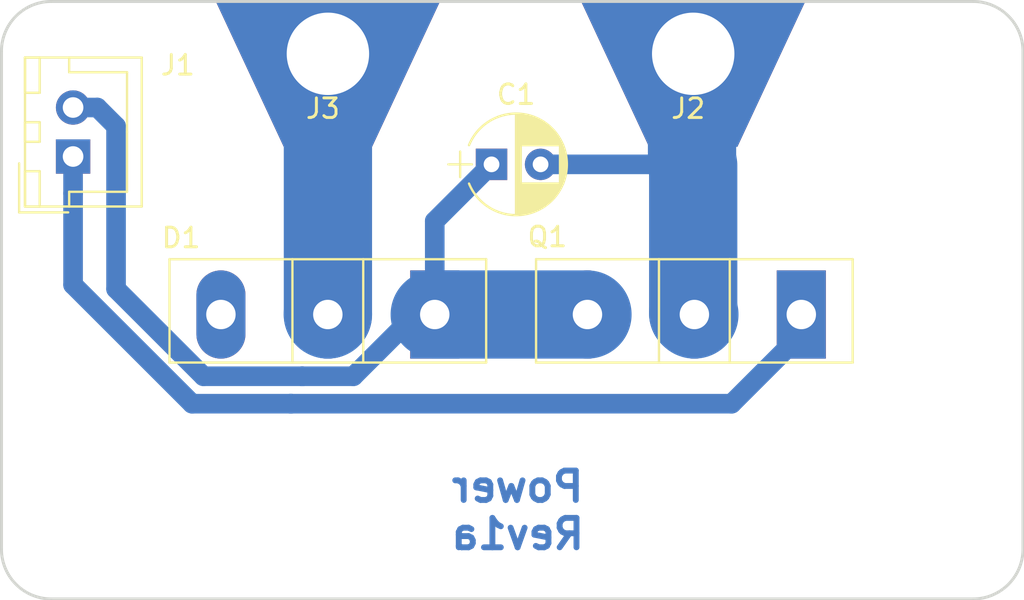
<source format=kicad_pcb>
(kicad_pcb (version 4) (host pcbnew 4.0.7)

  (general
    (links 7)
    (no_connects 0)
    (area 110.414999 100.254999 162.635001 130.885001)
    (thickness 1.6)
    (drawings 11)
    (tracks 36)
    (zones 0)
    (modules 8)
    (nets 6)
  )

  (page A4)
  (layers
    (0 F.Cu signal hide)
    (31 B.Cu signal)
    (32 B.Adhes user hide)
    (33 F.Adhes user hide)
    (34 B.Paste user hide)
    (35 F.Paste user hide)
    (36 B.SilkS user hide)
    (37 F.SilkS user)
    (38 B.Mask user)
    (39 F.Mask user hide)
    (40 Dwgs.User user hide)
    (41 Cmts.User user hide)
    (42 Eco1.User user hide)
    (43 Eco2.User user hide)
    (44 Edge.Cuts user)
    (45 Margin user hide)
    (46 B.CrtYd user hide)
    (47 F.CrtYd user hide)
    (48 B.Fab user hide)
    (49 F.Fab user hide)
  )

  (setup
    (last_trace_width 1)
    (trace_clearance 0.4)
    (zone_clearance 0.4)
    (zone_45_only no)
    (trace_min 0.4)
    (segment_width 0.2)
    (edge_width 0.15)
    (via_size 1.5)
    (via_drill 0.8)
    (via_min_size 0.4)
    (via_min_drill 0.3)
    (uvia_size 0.3)
    (uvia_drill 0.1)
    (uvias_allowed no)
    (uvia_min_size 0.2)
    (uvia_min_drill 0.1)
    (pcb_text_width 0.3)
    (pcb_text_size 1.5 1.5)
    (mod_edge_width 0.15)
    (mod_text_size 1 1)
    (mod_text_width 0.15)
    (pad_size 8 7.5)
    (pad_drill 4.2)
    (pad_to_mask_clearance 0.2)
    (aux_axis_origin 109.22 132.08)
    (visible_elements 7FFEFFFF)
    (pcbplotparams
      (layerselection 0x01060_80000000)
      (usegerberextensions false)
      (excludeedgelayer true)
      (linewidth 0.100000)
      (plotframeref false)
      (viasonmask false)
      (mode 1)
      (useauxorigin true)
      (hpglpennumber 1)
      (hpglpenspeed 20)
      (hpglpendiameter 15)
      (hpglpenoverlay 2)
      (psnegative false)
      (psa4output false)
      (plotreference true)
      (plotvalue true)
      (plotinvisibletext false)
      (padsonsilk false)
      (subtractmaskfromsilk false)
      (outputformat 1)
      (mirror false)
      (drillshape 0)
      (scaleselection 1)
      (outputdirectory GRB/))
  )

  (net 0 "")
  (net 1 GND_ISO)
  (net 2 "Net-(D1-Pad3)")
  (net 3 "Net-(D1-Pad2)")
  (net 4 "Net-(C1-Pad2)")
  (net 5 DRV_GATE)

  (net_class Default "This is the default net class."
    (clearance 0.4)
    (trace_width 1)
    (via_dia 1.5)
    (via_drill 0.8)
    (uvia_dia 0.3)
    (uvia_drill 0.1)
    (add_net DRV_GATE)
    (add_net GND_ISO)
    (add_net "Net-(C1-Pad2)")
    (add_net "Net-(D1-Pad2)")
    (add_net "Net-(D1-Pad3)")
  )

  (module Connectors_JST:JST_XH_B02B-XH-A_02x2.50mm_Straight (layer F.Cu) (tedit 58EAE7F0) (tstamp 594A5588)
    (at 114.14 108.24 90)
    (descr "JST XH series connector, B02B-XH-A, top entry type, through hole")
    (tags "connector jst xh tht top vertical 2.50mm")
    (path /594A533B)
    (fp_text reference J1 (at 4.66 5.34 180) (layer F.SilkS)
      (effects (font (size 1 1) (thickness 0.15)))
    )
    (fp_text value Control (at 1.25 4.5 90) (layer F.Fab)
      (effects (font (size 1 1) (thickness 0.15)))
    )
    (fp_line (start -2.45 -2.35) (end -2.45 3.4) (layer F.Fab) (width 0.1))
    (fp_line (start -2.45 3.4) (end 4.95 3.4) (layer F.Fab) (width 0.1))
    (fp_line (start 4.95 3.4) (end 4.95 -2.35) (layer F.Fab) (width 0.1))
    (fp_line (start 4.95 -2.35) (end -2.45 -2.35) (layer F.Fab) (width 0.1))
    (fp_line (start -2.95 -2.85) (end -2.95 3.9) (layer F.CrtYd) (width 0.05))
    (fp_line (start -2.95 3.9) (end 5.45 3.9) (layer F.CrtYd) (width 0.05))
    (fp_line (start 5.45 3.9) (end 5.45 -2.85) (layer F.CrtYd) (width 0.05))
    (fp_line (start 5.45 -2.85) (end -2.95 -2.85) (layer F.CrtYd) (width 0.05))
    (fp_line (start -2.55 -2.45) (end -2.55 3.5) (layer F.SilkS) (width 0.12))
    (fp_line (start -2.55 3.5) (end 5.05 3.5) (layer F.SilkS) (width 0.12))
    (fp_line (start 5.05 3.5) (end 5.05 -2.45) (layer F.SilkS) (width 0.12))
    (fp_line (start 5.05 -2.45) (end -2.55 -2.45) (layer F.SilkS) (width 0.12))
    (fp_line (start 0.75 -2.45) (end 0.75 -1.7) (layer F.SilkS) (width 0.12))
    (fp_line (start 0.75 -1.7) (end 1.75 -1.7) (layer F.SilkS) (width 0.12))
    (fp_line (start 1.75 -1.7) (end 1.75 -2.45) (layer F.SilkS) (width 0.12))
    (fp_line (start 1.75 -2.45) (end 0.75 -2.45) (layer F.SilkS) (width 0.12))
    (fp_line (start -2.55 -2.45) (end -2.55 -1.7) (layer F.SilkS) (width 0.12))
    (fp_line (start -2.55 -1.7) (end -0.75 -1.7) (layer F.SilkS) (width 0.12))
    (fp_line (start -0.75 -1.7) (end -0.75 -2.45) (layer F.SilkS) (width 0.12))
    (fp_line (start -0.75 -2.45) (end -2.55 -2.45) (layer F.SilkS) (width 0.12))
    (fp_line (start 3.25 -2.45) (end 3.25 -1.7) (layer F.SilkS) (width 0.12))
    (fp_line (start 3.25 -1.7) (end 5.05 -1.7) (layer F.SilkS) (width 0.12))
    (fp_line (start 5.05 -1.7) (end 5.05 -2.45) (layer F.SilkS) (width 0.12))
    (fp_line (start 5.05 -2.45) (end 3.25 -2.45) (layer F.SilkS) (width 0.12))
    (fp_line (start -2.55 -0.2) (end -1.8 -0.2) (layer F.SilkS) (width 0.12))
    (fp_line (start -1.8 -0.2) (end -1.8 2.75) (layer F.SilkS) (width 0.12))
    (fp_line (start -1.8 2.75) (end 1.25 2.75) (layer F.SilkS) (width 0.12))
    (fp_line (start 5.05 -0.2) (end 4.3 -0.2) (layer F.SilkS) (width 0.12))
    (fp_line (start 4.3 -0.2) (end 4.3 2.75) (layer F.SilkS) (width 0.12))
    (fp_line (start 4.3 2.75) (end 1.25 2.75) (layer F.SilkS) (width 0.12))
    (fp_line (start -0.35 -2.75) (end -2.85 -2.75) (layer F.SilkS) (width 0.12))
    (fp_line (start -2.85 -2.75) (end -2.85 -0.25) (layer F.SilkS) (width 0.12))
    (fp_line (start -0.35 -2.75) (end -2.85 -2.75) (layer F.Fab) (width 0.1))
    (fp_line (start -2.85 -2.75) (end -2.85 -0.25) (layer F.Fab) (width 0.1))
    (fp_text user %R (at 1.25 2.5 90) (layer F.Fab)
      (effects (font (size 1 1) (thickness 0.15)))
    )
    (pad 1 thru_hole rect (at 0 0 90) (size 1.75 1.75) (drill 1.05) (layers *.Cu *.Mask)
      (net 5 DRV_GATE))
    (pad 2 thru_hole circle (at 2.5 0 90) (size 1.75 1.75) (drill 1.05) (layers *.Cu *.Mask)
      (net 1 GND_ISO))
    (model Connectors_JST.3dshapes/JST_XH_B02B-XH-A_02x2.50mm_Straight.wrl
      (at (xyz 0 0 0))
      (scale (xyz 1 1 1))
      (rotate (xyz 0 0 0))
    )
  )

  (module Mounting_Holes:MountingHole_4.3mm_M4 (layer F.Cu) (tedit 594AA4AD) (tstamp 594AA4B8)
    (at 146.45 127.01)
    (descr "Mounting Hole 4.3mm, no annular, M4")
    (tags "mounting hole 4.3mm no annular m4")
    (fp_text reference "" (at 0 -5.3) (layer F.SilkS)
      (effects (font (size 1 1) (thickness 0.15)))
    )
    (fp_text value MountingHole_4.3mm_M4 (at 0 5.3) (layer F.Fab)
      (effects (font (size 1 1) (thickness 0.15)))
    )
    (fp_circle (center 0 0) (end 4.3 0) (layer Cmts.User) (width 0.15))
    (fp_circle (center 0 0) (end 4.55 0) (layer F.CrtYd) (width 0.05))
    (pad 1 np_thru_hole circle (at 0 0) (size 4.3 4.3) (drill 4.3) (layers *.Cu *.Mask))
  )

  (module Capacitors_THT:CP_Radial_D5.0mm_P2.50mm (layer F.Cu) (tedit 5920C257) (tstamp 594A51A0)
    (at 135.47 108.64)
    (descr "CP, Radial series, Radial, pin pitch=2.50mm, , diameter=5mm, Electrolytic Capacitor")
    (tags "CP Radial series Radial pin pitch 2.50mm  diameter 5mm Electrolytic Capacitor")
    (path /59400AF8)
    (fp_text reference C1 (at 1.25 -3.56) (layer F.SilkS)
      (effects (font (size 1 1) (thickness 0.15)))
    )
    (fp_text value C (at 1.25 3.56) (layer F.Fab)
      (effects (font (size 1 1) (thickness 0.15)))
    )
    (fp_text user %R (at 0.775 0) (layer F.Fab)
      (effects (font (size 1 1) (thickness 0.15)))
    )
    (fp_line (start -2.2 0) (end -1 0) (layer F.Fab) (width 0.1))
    (fp_line (start -1.6 -0.65) (end -1.6 0.65) (layer F.Fab) (width 0.1))
    (fp_line (start 1.25 -2.55) (end 1.25 2.55) (layer F.SilkS) (width 0.12))
    (fp_line (start 1.29 -2.55) (end 1.29 2.55) (layer F.SilkS) (width 0.12))
    (fp_line (start 1.33 -2.549) (end 1.33 2.549) (layer F.SilkS) (width 0.12))
    (fp_line (start 1.37 -2.548) (end 1.37 2.548) (layer F.SilkS) (width 0.12))
    (fp_line (start 1.41 -2.546) (end 1.41 2.546) (layer F.SilkS) (width 0.12))
    (fp_line (start 1.45 -2.543) (end 1.45 2.543) (layer F.SilkS) (width 0.12))
    (fp_line (start 1.49 -2.539) (end 1.49 2.539) (layer F.SilkS) (width 0.12))
    (fp_line (start 1.53 -2.535) (end 1.53 -0.98) (layer F.SilkS) (width 0.12))
    (fp_line (start 1.53 0.98) (end 1.53 2.535) (layer F.SilkS) (width 0.12))
    (fp_line (start 1.57 -2.531) (end 1.57 -0.98) (layer F.SilkS) (width 0.12))
    (fp_line (start 1.57 0.98) (end 1.57 2.531) (layer F.SilkS) (width 0.12))
    (fp_line (start 1.61 -2.525) (end 1.61 -0.98) (layer F.SilkS) (width 0.12))
    (fp_line (start 1.61 0.98) (end 1.61 2.525) (layer F.SilkS) (width 0.12))
    (fp_line (start 1.65 -2.519) (end 1.65 -0.98) (layer F.SilkS) (width 0.12))
    (fp_line (start 1.65 0.98) (end 1.65 2.519) (layer F.SilkS) (width 0.12))
    (fp_line (start 1.69 -2.513) (end 1.69 -0.98) (layer F.SilkS) (width 0.12))
    (fp_line (start 1.69 0.98) (end 1.69 2.513) (layer F.SilkS) (width 0.12))
    (fp_line (start 1.73 -2.506) (end 1.73 -0.98) (layer F.SilkS) (width 0.12))
    (fp_line (start 1.73 0.98) (end 1.73 2.506) (layer F.SilkS) (width 0.12))
    (fp_line (start 1.77 -2.498) (end 1.77 -0.98) (layer F.SilkS) (width 0.12))
    (fp_line (start 1.77 0.98) (end 1.77 2.498) (layer F.SilkS) (width 0.12))
    (fp_line (start 1.81 -2.489) (end 1.81 -0.98) (layer F.SilkS) (width 0.12))
    (fp_line (start 1.81 0.98) (end 1.81 2.489) (layer F.SilkS) (width 0.12))
    (fp_line (start 1.85 -2.48) (end 1.85 -0.98) (layer F.SilkS) (width 0.12))
    (fp_line (start 1.85 0.98) (end 1.85 2.48) (layer F.SilkS) (width 0.12))
    (fp_line (start 1.89 -2.47) (end 1.89 -0.98) (layer F.SilkS) (width 0.12))
    (fp_line (start 1.89 0.98) (end 1.89 2.47) (layer F.SilkS) (width 0.12))
    (fp_line (start 1.93 -2.46) (end 1.93 -0.98) (layer F.SilkS) (width 0.12))
    (fp_line (start 1.93 0.98) (end 1.93 2.46) (layer F.SilkS) (width 0.12))
    (fp_line (start 1.971 -2.448) (end 1.971 -0.98) (layer F.SilkS) (width 0.12))
    (fp_line (start 1.971 0.98) (end 1.971 2.448) (layer F.SilkS) (width 0.12))
    (fp_line (start 2.011 -2.436) (end 2.011 -0.98) (layer F.SilkS) (width 0.12))
    (fp_line (start 2.011 0.98) (end 2.011 2.436) (layer F.SilkS) (width 0.12))
    (fp_line (start 2.051 -2.424) (end 2.051 -0.98) (layer F.SilkS) (width 0.12))
    (fp_line (start 2.051 0.98) (end 2.051 2.424) (layer F.SilkS) (width 0.12))
    (fp_line (start 2.091 -2.41) (end 2.091 -0.98) (layer F.SilkS) (width 0.12))
    (fp_line (start 2.091 0.98) (end 2.091 2.41) (layer F.SilkS) (width 0.12))
    (fp_line (start 2.131 -2.396) (end 2.131 -0.98) (layer F.SilkS) (width 0.12))
    (fp_line (start 2.131 0.98) (end 2.131 2.396) (layer F.SilkS) (width 0.12))
    (fp_line (start 2.171 -2.382) (end 2.171 -0.98) (layer F.SilkS) (width 0.12))
    (fp_line (start 2.171 0.98) (end 2.171 2.382) (layer F.SilkS) (width 0.12))
    (fp_line (start 2.211 -2.366) (end 2.211 -0.98) (layer F.SilkS) (width 0.12))
    (fp_line (start 2.211 0.98) (end 2.211 2.366) (layer F.SilkS) (width 0.12))
    (fp_line (start 2.251 -2.35) (end 2.251 -0.98) (layer F.SilkS) (width 0.12))
    (fp_line (start 2.251 0.98) (end 2.251 2.35) (layer F.SilkS) (width 0.12))
    (fp_line (start 2.291 -2.333) (end 2.291 -0.98) (layer F.SilkS) (width 0.12))
    (fp_line (start 2.291 0.98) (end 2.291 2.333) (layer F.SilkS) (width 0.12))
    (fp_line (start 2.331 -2.315) (end 2.331 -0.98) (layer F.SilkS) (width 0.12))
    (fp_line (start 2.331 0.98) (end 2.331 2.315) (layer F.SilkS) (width 0.12))
    (fp_line (start 2.371 -2.296) (end 2.371 -0.98) (layer F.SilkS) (width 0.12))
    (fp_line (start 2.371 0.98) (end 2.371 2.296) (layer F.SilkS) (width 0.12))
    (fp_line (start 2.411 -2.276) (end 2.411 -0.98) (layer F.SilkS) (width 0.12))
    (fp_line (start 2.411 0.98) (end 2.411 2.276) (layer F.SilkS) (width 0.12))
    (fp_line (start 2.451 -2.256) (end 2.451 -0.98) (layer F.SilkS) (width 0.12))
    (fp_line (start 2.451 0.98) (end 2.451 2.256) (layer F.SilkS) (width 0.12))
    (fp_line (start 2.491 -2.234) (end 2.491 -0.98) (layer F.SilkS) (width 0.12))
    (fp_line (start 2.491 0.98) (end 2.491 2.234) (layer F.SilkS) (width 0.12))
    (fp_line (start 2.531 -2.212) (end 2.531 -0.98) (layer F.SilkS) (width 0.12))
    (fp_line (start 2.531 0.98) (end 2.531 2.212) (layer F.SilkS) (width 0.12))
    (fp_line (start 2.571 -2.189) (end 2.571 -0.98) (layer F.SilkS) (width 0.12))
    (fp_line (start 2.571 0.98) (end 2.571 2.189) (layer F.SilkS) (width 0.12))
    (fp_line (start 2.611 -2.165) (end 2.611 -0.98) (layer F.SilkS) (width 0.12))
    (fp_line (start 2.611 0.98) (end 2.611 2.165) (layer F.SilkS) (width 0.12))
    (fp_line (start 2.651 -2.14) (end 2.651 -0.98) (layer F.SilkS) (width 0.12))
    (fp_line (start 2.651 0.98) (end 2.651 2.14) (layer F.SilkS) (width 0.12))
    (fp_line (start 2.691 -2.113) (end 2.691 -0.98) (layer F.SilkS) (width 0.12))
    (fp_line (start 2.691 0.98) (end 2.691 2.113) (layer F.SilkS) (width 0.12))
    (fp_line (start 2.731 -2.086) (end 2.731 -0.98) (layer F.SilkS) (width 0.12))
    (fp_line (start 2.731 0.98) (end 2.731 2.086) (layer F.SilkS) (width 0.12))
    (fp_line (start 2.771 -2.058) (end 2.771 -0.98) (layer F.SilkS) (width 0.12))
    (fp_line (start 2.771 0.98) (end 2.771 2.058) (layer F.SilkS) (width 0.12))
    (fp_line (start 2.811 -2.028) (end 2.811 -0.98) (layer F.SilkS) (width 0.12))
    (fp_line (start 2.811 0.98) (end 2.811 2.028) (layer F.SilkS) (width 0.12))
    (fp_line (start 2.851 -1.997) (end 2.851 -0.98) (layer F.SilkS) (width 0.12))
    (fp_line (start 2.851 0.98) (end 2.851 1.997) (layer F.SilkS) (width 0.12))
    (fp_line (start 2.891 -1.965) (end 2.891 -0.98) (layer F.SilkS) (width 0.12))
    (fp_line (start 2.891 0.98) (end 2.891 1.965) (layer F.SilkS) (width 0.12))
    (fp_line (start 2.931 -1.932) (end 2.931 -0.98) (layer F.SilkS) (width 0.12))
    (fp_line (start 2.931 0.98) (end 2.931 1.932) (layer F.SilkS) (width 0.12))
    (fp_line (start 2.971 -1.897) (end 2.971 -0.98) (layer F.SilkS) (width 0.12))
    (fp_line (start 2.971 0.98) (end 2.971 1.897) (layer F.SilkS) (width 0.12))
    (fp_line (start 3.011 -1.861) (end 3.011 -0.98) (layer F.SilkS) (width 0.12))
    (fp_line (start 3.011 0.98) (end 3.011 1.861) (layer F.SilkS) (width 0.12))
    (fp_line (start 3.051 -1.823) (end 3.051 -0.98) (layer F.SilkS) (width 0.12))
    (fp_line (start 3.051 0.98) (end 3.051 1.823) (layer F.SilkS) (width 0.12))
    (fp_line (start 3.091 -1.783) (end 3.091 -0.98) (layer F.SilkS) (width 0.12))
    (fp_line (start 3.091 0.98) (end 3.091 1.783) (layer F.SilkS) (width 0.12))
    (fp_line (start 3.131 -1.742) (end 3.131 -0.98) (layer F.SilkS) (width 0.12))
    (fp_line (start 3.131 0.98) (end 3.131 1.742) (layer F.SilkS) (width 0.12))
    (fp_line (start 3.171 -1.699) (end 3.171 -0.98) (layer F.SilkS) (width 0.12))
    (fp_line (start 3.171 0.98) (end 3.171 1.699) (layer F.SilkS) (width 0.12))
    (fp_line (start 3.211 -1.654) (end 3.211 -0.98) (layer F.SilkS) (width 0.12))
    (fp_line (start 3.211 0.98) (end 3.211 1.654) (layer F.SilkS) (width 0.12))
    (fp_line (start 3.251 -1.606) (end 3.251 -0.98) (layer F.SilkS) (width 0.12))
    (fp_line (start 3.251 0.98) (end 3.251 1.606) (layer F.SilkS) (width 0.12))
    (fp_line (start 3.291 -1.556) (end 3.291 -0.98) (layer F.SilkS) (width 0.12))
    (fp_line (start 3.291 0.98) (end 3.291 1.556) (layer F.SilkS) (width 0.12))
    (fp_line (start 3.331 -1.504) (end 3.331 -0.98) (layer F.SilkS) (width 0.12))
    (fp_line (start 3.331 0.98) (end 3.331 1.504) (layer F.SilkS) (width 0.12))
    (fp_line (start 3.371 -1.448) (end 3.371 -0.98) (layer F.SilkS) (width 0.12))
    (fp_line (start 3.371 0.98) (end 3.371 1.448) (layer F.SilkS) (width 0.12))
    (fp_line (start 3.411 -1.39) (end 3.411 -0.98) (layer F.SilkS) (width 0.12))
    (fp_line (start 3.411 0.98) (end 3.411 1.39) (layer F.SilkS) (width 0.12))
    (fp_line (start 3.451 -1.327) (end 3.451 -0.98) (layer F.SilkS) (width 0.12))
    (fp_line (start 3.451 0.98) (end 3.451 1.327) (layer F.SilkS) (width 0.12))
    (fp_line (start 3.491 -1.261) (end 3.491 1.261) (layer F.SilkS) (width 0.12))
    (fp_line (start 3.531 -1.189) (end 3.531 1.189) (layer F.SilkS) (width 0.12))
    (fp_line (start 3.571 -1.112) (end 3.571 1.112) (layer F.SilkS) (width 0.12))
    (fp_line (start 3.611 -1.028) (end 3.611 1.028) (layer F.SilkS) (width 0.12))
    (fp_line (start 3.651 -0.934) (end 3.651 0.934) (layer F.SilkS) (width 0.12))
    (fp_line (start 3.691 -0.829) (end 3.691 0.829) (layer F.SilkS) (width 0.12))
    (fp_line (start 3.731 -0.707) (end 3.731 0.707) (layer F.SilkS) (width 0.12))
    (fp_line (start 3.771 -0.559) (end 3.771 0.559) (layer F.SilkS) (width 0.12))
    (fp_line (start 3.811 -0.354) (end 3.811 0.354) (layer F.SilkS) (width 0.12))
    (fp_line (start -2.2 0) (end -1 0) (layer F.SilkS) (width 0.12))
    (fp_line (start -1.6 -0.65) (end -1.6 0.65) (layer F.SilkS) (width 0.12))
    (fp_line (start -1.6 -2.85) (end -1.6 2.85) (layer F.CrtYd) (width 0.05))
    (fp_line (start -1.6 2.85) (end 4.1 2.85) (layer F.CrtYd) (width 0.05))
    (fp_line (start 4.1 2.85) (end 4.1 -2.85) (layer F.CrtYd) (width 0.05))
    (fp_line (start 4.1 -2.85) (end -1.6 -2.85) (layer F.CrtYd) (width 0.05))
    (fp_circle (center 1.25 0) (end 3.75 0) (layer F.Fab) (width 0.1))
    (fp_arc (start 1.25 0) (end -1.147436 -0.98) (angle 135.5) (layer F.SilkS) (width 0.12))
    (fp_arc (start 1.25 0) (end -1.147436 0.98) (angle -135.5) (layer F.SilkS) (width 0.12))
    (fp_arc (start 1.25 0) (end 3.647436 -0.98) (angle 44.5) (layer F.SilkS) (width 0.12))
    (pad 1 thru_hole rect (at 0 0) (size 1.6 1.6) (drill 0.8) (layers *.Cu *.Mask)
      (net 1 GND_ISO))
    (pad 2 thru_hole circle (at 2.5 0) (size 1.6 1.6) (drill 0.8) (layers *.Cu *.Mask)
      (net 4 "Net-(C1-Pad2)"))
    (model ${KISYS3DMOD}/Capacitors_THT.3dshapes/CP_Radial_D5.0mm_P2.50mm.wrl
      (at (xyz 0 0 0))
      (scale (xyz 1 1 1))
      (rotate (xyz 0 0 0))
    )
  )

  (module PartsLibraries:PowerConnector (layer F.Cu) (tedit 594A5676) (tstamp 594A51AA)
    (at 127.13 103 180)
    (path /594A5470)
    (fp_text reference J3 (at 0.254 -2.794 180) (layer F.SilkS)
      (effects (font (size 1 1) (thickness 0.15)))
    )
    (fp_text value SRC (at 0 4.064 180) (layer F.Fab)
      (effects (font (size 1 1) (thickness 0.15)))
    )
    (pad 1 thru_hole trapezoid (at 0 0 180) (size 8 7.5) (rect_delta 0 3.5 ) (drill 4.2 (offset 0 -1)) (layers *.Cu *.Mask)
      (net 3 "Net-(D1-Pad2)"))
  )

  (module TO_SOT_Packages_THT:TO-247_TO-3P_Vertical (layer F.Cu) (tedit 58CE52AE) (tstamp 593FC3D1)
    (at 132.576 116.3 180)
    (descr "TO-247, Vertical, RM 5.45mm, TO-3P")
    (tags "TO-247 Vertical RM 5.45mm TO-3P")
    (path /592DCE5E)
    (fp_text reference D1 (at 12.93 3.91 180) (layer F.SilkS)
      (effects (font (size 1 1) (thickness 0.15)))
    )
    (fp_text value PWR_DIODE (at 5.45 6.07 180) (layer F.Fab)
      (effects (font (size 1 1) (thickness 0.15)))
    )
    (fp_text user %R (at 12.59 -3.51 180) (layer F.Fab)
      (effects (font (size 1 1) (thickness 0.15)))
    )
    (fp_line (start -2.5 -2.33) (end -2.5 2.7) (layer F.Fab) (width 0.1))
    (fp_line (start -2.5 2.7) (end 13.4 2.7) (layer F.Fab) (width 0.1))
    (fp_line (start 13.4 2.7) (end 13.4 -2.33) (layer F.Fab) (width 0.1))
    (fp_line (start 13.4 -2.33) (end -2.5 -2.33) (layer F.Fab) (width 0.1))
    (fp_line (start 3.645 -2.33) (end 3.645 2.7) (layer F.Fab) (width 0.1))
    (fp_line (start 7.255 -2.33) (end 7.255 2.7) (layer F.Fab) (width 0.1))
    (fp_line (start -2.62 -2.451) (end 13.52 -2.451) (layer F.SilkS) (width 0.12))
    (fp_line (start -2.62 2.82) (end 13.52 2.82) (layer F.SilkS) (width 0.12))
    (fp_line (start -2.62 -2.451) (end -2.62 2.82) (layer F.SilkS) (width 0.12))
    (fp_line (start 13.52 -2.451) (end 13.52 2.82) (layer F.SilkS) (width 0.12))
    (fp_line (start 3.646 -2.451) (end 3.646 2.82) (layer F.SilkS) (width 0.12))
    (fp_line (start 7.255 -2.451) (end 7.255 2.82) (layer F.SilkS) (width 0.12))
    (fp_line (start -2.75 -2.59) (end -2.75 2.95) (layer F.CrtYd) (width 0.05))
    (fp_line (start -2.75 2.95) (end 13.65 2.95) (layer F.CrtYd) (width 0.05))
    (fp_line (start 13.65 2.95) (end 13.65 -2.59) (layer F.CrtYd) (width 0.05))
    (fp_line (start 13.65 -2.59) (end -2.75 -2.59) (layer F.CrtYd) (width 0.05))
    (pad 1 thru_hole rect (at 0 0 180) (size 2.5 4.5) (drill 1.5) (layers *.Cu *.Mask)
      (net 1 GND_ISO))
    (pad 2 thru_hole oval (at 5.45 0 180) (size 2.5 4.5) (drill 1.5) (layers *.Cu *.Mask)
      (net 3 "Net-(D1-Pad2)"))
    (pad 3 thru_hole oval (at 10.9 0 180) (size 2.5 4.5) (drill 1.5) (layers *.Cu *.Mask)
      (net 2 "Net-(D1-Pad3)"))
    (model ${KISYS3DMOD}/TO_SOT_Packages_THT.3dshapes/TO-247_TO-3P_Vertical.wrl
      (at (xyz 0.212598 0 0))
      (scale (xyz 1 1 1))
      (rotate (xyz 0 0 0))
    )
  )

  (module TO_SOT_Packages_THT:TO-247_TO-3P_Vertical (layer F.Cu) (tedit 58CE52AE) (tstamp 593FC403)
    (at 151.26 116.3 180)
    (descr "TO-247, Vertical, RM 5.45mm, TO-3P")
    (tags "TO-247 Vertical RM 5.45mm TO-3P")
    (path /592BF9D4)
    (fp_text reference Q1 (at 12.944 3.96 180) (layer F.SilkS)
      (effects (font (size 1 1) (thickness 0.15)))
    )
    (fp_text value RFP12N10L (at 5.45 6.07 180) (layer F.Fab)
      (effects (font (size 1 1) (thickness 0.15)))
    )
    (fp_text user %R (at 10.964 3.96 180) (layer F.Fab)
      (effects (font (size 1 1) (thickness 0.15)))
    )
    (fp_line (start -2.5 -2.33) (end -2.5 2.7) (layer F.Fab) (width 0.1))
    (fp_line (start -2.5 2.7) (end 13.4 2.7) (layer F.Fab) (width 0.1))
    (fp_line (start 13.4 2.7) (end 13.4 -2.33) (layer F.Fab) (width 0.1))
    (fp_line (start 13.4 -2.33) (end -2.5 -2.33) (layer F.Fab) (width 0.1))
    (fp_line (start 3.645 -2.33) (end 3.645 2.7) (layer F.Fab) (width 0.1))
    (fp_line (start 7.255 -2.33) (end 7.255 2.7) (layer F.Fab) (width 0.1))
    (fp_line (start -2.62 -2.451) (end 13.52 -2.451) (layer F.SilkS) (width 0.12))
    (fp_line (start -2.62 2.82) (end 13.52 2.82) (layer F.SilkS) (width 0.12))
    (fp_line (start -2.62 -2.451) (end -2.62 2.82) (layer F.SilkS) (width 0.12))
    (fp_line (start 13.52 -2.451) (end 13.52 2.82) (layer F.SilkS) (width 0.12))
    (fp_line (start 3.646 -2.451) (end 3.646 2.82) (layer F.SilkS) (width 0.12))
    (fp_line (start 7.255 -2.451) (end 7.255 2.82) (layer F.SilkS) (width 0.12))
    (fp_line (start -2.75 -2.59) (end -2.75 2.95) (layer F.CrtYd) (width 0.05))
    (fp_line (start -2.75 2.95) (end 13.65 2.95) (layer F.CrtYd) (width 0.05))
    (fp_line (start 13.65 2.95) (end 13.65 -2.59) (layer F.CrtYd) (width 0.05))
    (fp_line (start 13.65 -2.59) (end -2.75 -2.59) (layer F.CrtYd) (width 0.05))
    (pad 1 thru_hole rect (at 0 0 180) (size 2.5 4.5) (drill 1.5) (layers *.Cu *.Mask)
      (net 5 DRV_GATE))
    (pad 2 thru_hole oval (at 5.45 0 180) (size 2.5 4.5) (drill 1.5) (layers *.Cu *.Mask)
      (net 4 "Net-(C1-Pad2)"))
    (pad 3 thru_hole oval (at 10.9 0 180) (size 2.5 4.5) (drill 1.5) (layers *.Cu *.Mask)
      (net 1 GND_ISO))
    (model ${KISYS3DMOD}/TO_SOT_Packages_THT.3dshapes/TO-247_TO-3P_Vertical.wrl
      (at (xyz 0.212598 0 0))
      (scale (xyz 1 1 1))
      (rotate (xyz 0 0 0))
    )
  )

  (module PartsLibraries:PowerConnector (layer F.Cu) (tedit 594A567E) (tstamp 594A51A5)
    (at 145.75 103 180)
    (path /594A55EB)
    (fp_text reference J2 (at 0.254 -2.794 180) (layer F.SilkS)
      (effects (font (size 1 1) (thickness 0.15)))
    )
    (fp_text value DRN (at 0 4.064 180) (layer F.Fab)
      (effects (font (size 1 1) (thickness 0.15)))
    )
    (pad 1 thru_hole trapezoid (at 0 0 180) (size 8 7.5) (rect_delta 0 3.5 ) (drill 4.2 (offset 0 -1)) (layers *.Cu *.Mask)
      (net 4 "Net-(C1-Pad2)"))
  )

  (module Mounting_Holes:MountingHole_4.3mm_M4 (layer F.Cu) (tedit 594AA4AD) (tstamp 594AA497)
    (at 127.45 127.01)
    (descr "Mounting Hole 4.3mm, no annular, M4")
    (tags "mounting hole 4.3mm no annular m4")
    (fp_text reference "" (at 0 -5.3) (layer F.SilkS)
      (effects (font (size 1 1) (thickness 0.15)))
    )
    (fp_text value MountingHole_4.3mm_M4 (at 0 5.3) (layer F.Fab)
      (effects (font (size 1 1) (thickness 0.15)))
    )
    (fp_circle (center 0 0) (end 4.3 0) (layer Cmts.User) (width 0.15))
    (fp_circle (center 0 0) (end 4.55 0) (layer F.CrtYd) (width 0.05))
    (pad 1 np_thru_hole circle (at 0 0) (size 4.3 4.3) (drill 4.3) (layers *.Cu *.Mask))
  )

  (gr_text "Power\nRev1a" (at 136.8 126.29) (layer B.Cu)
    (effects (font (size 1.5 1.5) (thickness 0.3)) (justify mirror))
  )
  (dimension 30.48 (width 0.3) (layer Dwgs.User)
    (gr_text "30.480 mm" (at 105.33 115.57 270) (layer Dwgs.User)
      (effects (font (size 1.5 1.5) (thickness 0.3)))
    )
    (feature1 (pts (xy 109.22 130.81) (xy 103.98 130.81)))
    (feature2 (pts (xy 109.22 100.33) (xy 103.98 100.33)))
    (crossbar (pts (xy 106.68 100.33) (xy 106.68 130.81)))
    (arrow1a (pts (xy 106.68 130.81) (xy 106.093579 129.683496)))
    (arrow1b (pts (xy 106.68 130.81) (xy 107.266421 129.683496)))
    (arrow2a (pts (xy 106.68 100.33) (xy 106.093579 101.456504)))
    (arrow2b (pts (xy 106.68 100.33) (xy 107.266421 101.456504)))
  )
  (dimension 52.07 (width 0.3) (layer Dwgs.User)
    (gr_text "52.070 mm" (at 136.525 95.17) (layer Dwgs.User)
      (effects (font (size 1.5 1.5) (thickness 0.3)))
    )
    (feature1 (pts (xy 162.56 99.06) (xy 162.56 93.82)))
    (feature2 (pts (xy 110.49 99.06) (xy 110.49 93.82)))
    (crossbar (pts (xy 110.49 96.52) (xy 162.56 96.52)))
    (arrow1a (pts (xy 162.56 96.52) (xy 161.433496 97.106421)))
    (arrow1b (pts (xy 162.56 96.52) (xy 161.433496 95.933579)))
    (arrow2a (pts (xy 110.49 96.52) (xy 111.616504 97.106421)))
    (arrow2b (pts (xy 110.49 96.52) (xy 111.616504 95.933579)))
  )
  (gr_arc (start 113.03 102.87) (end 110.49 102.87) (angle 90) (layer Edge.Cuts) (width 0.15))
  (gr_arc (start 160.02 102.87) (end 160.02 100.33) (angle 90) (layer Edge.Cuts) (width 0.15))
  (gr_line (start 162.56 102.87) (end 162.56 128.27) (layer Edge.Cuts) (width 0.15))
  (gr_line (start 113.03 100.33) (end 160.02 100.33) (layer Edge.Cuts) (width 0.15))
  (gr_line (start 110.49 128.27) (end 110.49 102.87) (layer Edge.Cuts) (width 0.15))
  (gr_arc (start 160.02 128.27) (end 162.56 128.27) (angle 90) (layer Edge.Cuts) (width 0.15))
  (gr_arc (start 113.03 128.27) (end 113.03 130.81) (angle 90) (layer Edge.Cuts) (width 0.15))
  (gr_line (start 113.03 130.81) (end 160.02 130.81) (angle 90) (layer Edge.Cuts) (width 0.15))

  (segment (start 132.576 116.3) (end 131.580786 116.3) (width 1) (layer B.Cu) (net 1))
  (segment (start 131.580786 116.3) (end 128.430778 119.450008) (width 1) (layer B.Cu) (net 1))
  (segment (start 128.430778 119.450008) (end 125.821222 119.450008) (width 1) (layer B.Cu) (net 1))
  (segment (start 125.821222 119.450008) (end 125.82122 119.45001) (width 1) (layer B.Cu) (net 1))
  (segment (start 125.82122 119.45001) (end 120.785437 119.45001) (width 1) (layer B.Cu) (net 1))
  (segment (start 120.785437 119.45001) (end 116.330657 114.99523) (width 1) (layer B.Cu) (net 1))
  (segment (start 115.377436 105.74) (end 114.14 105.74) (width 1) (layer B.Cu) (net 1))
  (segment (start 116.330657 114.99523) (end 116.330657 106.693221) (width 1) (layer B.Cu) (net 1))
  (segment (start 116.330657 106.693221) (end 115.377436 105.74) (width 1) (layer B.Cu) (net 1))
  (segment (start 140.36 116.3) (end 140.36 117.3) (width 1) (layer B.Cu) (net 1))
  (segment (start 141.405749 116.3) (end 140.36 116.3) (width 1) (layer B.Cu) (net 1))
  (segment (start 132.576 116.3) (end 132.576 111.534) (width 1) (layer B.Cu) (net 1))
  (segment (start 132.576 111.534) (end 135.47 108.64) (width 1) (layer B.Cu) (net 1))
  (segment (start 132.576 116.3) (end 140.36 116.3) (width 4.5) (layer B.Cu) (net 1))
  (segment (start 132.57 116.294) (end 132.576 116.3) (width 1) (layer B.Cu) (net 1))
  (segment (start 127.13 103) (end 127.13 116.296) (width 4.5) (layer B.Cu) (net 3))
  (segment (start 127.13 116.296) (end 127.126 116.3) (width 4.5) (layer B.Cu) (net 3))
  (segment (start 145.69 108.64) (end 145.69 103.06) (width 4.5) (layer B.Cu) (net 4))
  (segment (start 145.69 103.06) (end 145.75 103) (width 4.5) (layer B.Cu) (net 4))
  (segment (start 145.75 108.7) (end 145.75 116.24) (width 4.5) (layer B.Cu) (net 4))
  (segment (start 137.97 108.64) (end 145.69 108.64) (width 1) (layer B.Cu) (net 4))
  (segment (start 145.69 108.64) (end 145.75 108.7) (width 1) (layer B.Cu) (net 4))
  (segment (start 145.75 116.24) (end 145.81 116.3) (width 4.5) (layer B.Cu) (net 4))
  (segment (start 145.81 117.3) (end 145.81 116.3) (width 1) (layer B.Cu) (net 4))
  (segment (start 145.74 116.23) (end 145.81 116.3) (width 1) (layer B.Cu) (net 4))
  (segment (start 146.18 115.93) (end 145.81 116.3) (width 1) (layer B.Cu) (net 4))
  (segment (start 145.81 115.3) (end 145.81 116.3) (width 1) (layer B.Cu) (net 4))
  (segment (start 151.26 116.3) (end 151.26 117.3) (width 1) (layer B.Cu) (net 5))
  (segment (start 151.26 117.3) (end 147.709981 120.850019) (width 1) (layer B.Cu) (net 5))
  (segment (start 147.709981 120.850019) (end 125.241318 120.850018) (width 1) (layer B.Cu) (net 5))
  (segment (start 125.241318 120.850018) (end 125.241315 120.850021) (width 1) (layer B.Cu) (net 5))
  (segment (start 125.241315 120.850021) (end 120.205533 120.85002) (width 1) (layer B.Cu) (net 5))
  (segment (start 120.205533 120.85002) (end 114.14 114.784487) (width 1) (layer B.Cu) (net 5))
  (segment (start 114.14 114.784487) (end 114.14 110.115) (width 1) (layer B.Cu) (net 5))
  (segment (start 114.14 110.115) (end 114.14 108.24) (width 1) (layer B.Cu) (net 5))
  (segment (start 151.15 116.19) (end 151.26 116.3) (width 1) (layer B.Cu) (net 5))

  (zone (net 0) (net_name "") (layer B.Mask) (tstamp 0) (hatch edge 0.508)
    (connect_pads (clearance 0.4))
    (min_thickness 0.254)
    (fill yes (arc_segments 16) (thermal_gap 0.508) (thermal_bridge_width 0.508))
    (polygon
      (pts
        (xy 124.8 107.88) (xy 129.38 107.83) (xy 129.29 116.76) (xy 128.6 118) (xy 127.18 118.69)
        (xy 125.76 118.04) (xy 124.85 116.81) (xy 124.89 107.83)
      )
    )
    (filled_polygon
      (pts
        (xy 129.163331 116.726448) (xy 128.508489 117.903267) (xy 127.178382 118.549586) (xy 125.842625 117.938148) (xy 124.977187 116.76838)
        (xy 125.016224 108.004647) (xy 129.251699 107.958408)
      )
    )
  )
  (zone (net 0) (net_name "") (layer B.Mask) (tstamp 0) (hatch edge 0.508)
    (connect_pads (clearance 0.4))
    (min_thickness 0.254)
    (fill yes (arc_segments 16) (thermal_gap 0.508) (thermal_bridge_width 0.508))
    (polygon
      (pts
        (xy 143.49 107.83) (xy 148.02 107.83) (xy 148.07 116.08) (xy 147.74 117.45) (xy 146.14 118.78)
        (xy 144.36 118.04) (xy 143.53 116.9) (xy 143.44 107.83)
      )
    )
    (filled_polygon
      (pts
        (xy 147.942908 116.065299) (xy 147.626402 117.379281) (xy 146.117859 118.633257) (xy 144.441681 117.936419) (xy 143.656591 116.858103)
        (xy 143.568267 107.957) (xy 147.893767 107.957)
      )
    )
  )
)

</source>
